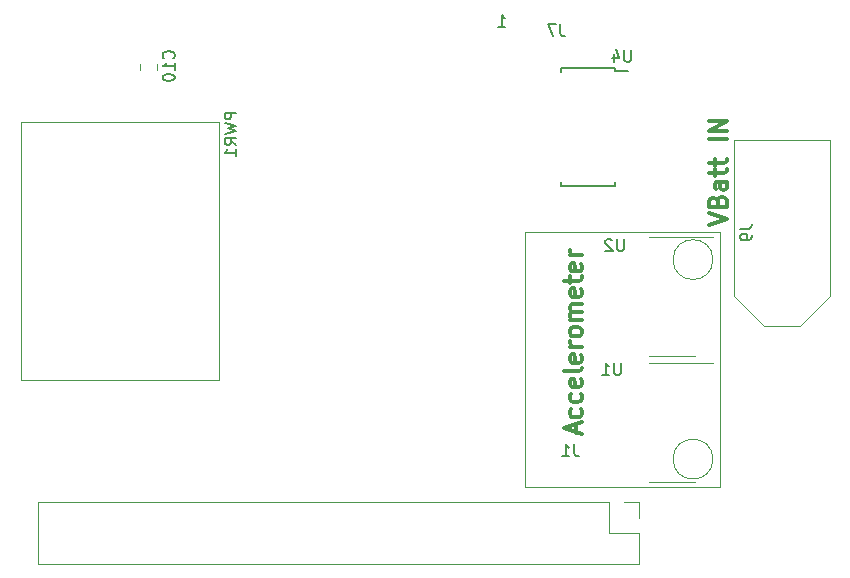
<source format=gbr>
G04 #@! TF.GenerationSoftware,KiCad,Pcbnew,(5.1.4)-1*
G04 #@! TF.CreationDate,2021-11-01T15:57:40-05:00*
G04 #@! TF.ProjectId,RascalHat,52617363-616c-4486-9174-2e6b69636164,rev?*
G04 #@! TF.SameCoordinates,Original*
G04 #@! TF.FileFunction,Legend,Bot*
G04 #@! TF.FilePolarity,Positive*
%FSLAX46Y46*%
G04 Gerber Fmt 4.6, Leading zero omitted, Abs format (unit mm)*
G04 Created by KiCad (PCBNEW (5.1.4)-1) date 2021-11-01 15:57:40*
%MOMM*%
%LPD*%
G04 APERTURE LIST*
%ADD10C,0.300000*%
%ADD11C,0.120000*%
%ADD12C,0.150000*%
G04 APERTURE END LIST*
D10*
X63848571Y-27330000D02*
X65348571Y-26830000D01*
X63848571Y-26330000D01*
X64562857Y-25330000D02*
X64634285Y-25115714D01*
X64705714Y-25044285D01*
X64848571Y-24972857D01*
X65062857Y-24972857D01*
X65205714Y-25044285D01*
X65277142Y-25115714D01*
X65348571Y-25258571D01*
X65348571Y-25830000D01*
X63848571Y-25830000D01*
X63848571Y-25330000D01*
X63920000Y-25187142D01*
X63991428Y-25115714D01*
X64134285Y-25044285D01*
X64277142Y-25044285D01*
X64420000Y-25115714D01*
X64491428Y-25187142D01*
X64562857Y-25330000D01*
X64562857Y-25830000D01*
X65348571Y-23687142D02*
X64562857Y-23687142D01*
X64420000Y-23758571D01*
X64348571Y-23901428D01*
X64348571Y-24187142D01*
X64420000Y-24330000D01*
X65277142Y-23687142D02*
X65348571Y-23830000D01*
X65348571Y-24187142D01*
X65277142Y-24330000D01*
X65134285Y-24401428D01*
X64991428Y-24401428D01*
X64848571Y-24330000D01*
X64777142Y-24187142D01*
X64777142Y-23830000D01*
X64705714Y-23687142D01*
X64348571Y-23187142D02*
X64348571Y-22615714D01*
X63848571Y-22972857D02*
X65134285Y-22972857D01*
X65277142Y-22901428D01*
X65348571Y-22758571D01*
X65348571Y-22615714D01*
X64348571Y-22330000D02*
X64348571Y-21758571D01*
X63848571Y-22115714D02*
X65134285Y-22115714D01*
X65277142Y-22044285D01*
X65348571Y-21901428D01*
X65348571Y-21758571D01*
X65348571Y-20115714D02*
X63848571Y-20115714D01*
X65348571Y-19401428D02*
X63848571Y-19401428D01*
X65348571Y-18544285D01*
X63848571Y-18544285D01*
X52620000Y-44932857D02*
X52620000Y-44218571D01*
X53048571Y-45075714D02*
X51548571Y-44575714D01*
X53048571Y-44075714D01*
X52977142Y-42932857D02*
X53048571Y-43075714D01*
X53048571Y-43361428D01*
X52977142Y-43504285D01*
X52905714Y-43575714D01*
X52762857Y-43647142D01*
X52334285Y-43647142D01*
X52191428Y-43575714D01*
X52120000Y-43504285D01*
X52048571Y-43361428D01*
X52048571Y-43075714D01*
X52120000Y-42932857D01*
X52977142Y-41647142D02*
X53048571Y-41790000D01*
X53048571Y-42075714D01*
X52977142Y-42218571D01*
X52905714Y-42290000D01*
X52762857Y-42361428D01*
X52334285Y-42361428D01*
X52191428Y-42290000D01*
X52120000Y-42218571D01*
X52048571Y-42075714D01*
X52048571Y-41790000D01*
X52120000Y-41647142D01*
X52977142Y-40432857D02*
X53048571Y-40575714D01*
X53048571Y-40861428D01*
X52977142Y-41004285D01*
X52834285Y-41075714D01*
X52262857Y-41075714D01*
X52120000Y-41004285D01*
X52048571Y-40861428D01*
X52048571Y-40575714D01*
X52120000Y-40432857D01*
X52262857Y-40361428D01*
X52405714Y-40361428D01*
X52548571Y-41075714D01*
X53048571Y-39504285D02*
X52977142Y-39647142D01*
X52834285Y-39718571D01*
X51548571Y-39718571D01*
X52977142Y-38361428D02*
X53048571Y-38504285D01*
X53048571Y-38790000D01*
X52977142Y-38932857D01*
X52834285Y-39004285D01*
X52262857Y-39004285D01*
X52120000Y-38932857D01*
X52048571Y-38790000D01*
X52048571Y-38504285D01*
X52120000Y-38361428D01*
X52262857Y-38290000D01*
X52405714Y-38290000D01*
X52548571Y-39004285D01*
X53048571Y-37647142D02*
X52048571Y-37647142D01*
X52334285Y-37647142D02*
X52191428Y-37575714D01*
X52120000Y-37504285D01*
X52048571Y-37361428D01*
X52048571Y-37218571D01*
X53048571Y-36504285D02*
X52977142Y-36647142D01*
X52905714Y-36718571D01*
X52762857Y-36790000D01*
X52334285Y-36790000D01*
X52191428Y-36718571D01*
X52120000Y-36647142D01*
X52048571Y-36504285D01*
X52048571Y-36290000D01*
X52120000Y-36147142D01*
X52191428Y-36075714D01*
X52334285Y-36004285D01*
X52762857Y-36004285D01*
X52905714Y-36075714D01*
X52977142Y-36147142D01*
X53048571Y-36290000D01*
X53048571Y-36504285D01*
X53048571Y-35361428D02*
X52048571Y-35361428D01*
X52191428Y-35361428D02*
X52120000Y-35290000D01*
X52048571Y-35147142D01*
X52048571Y-34932857D01*
X52120000Y-34790000D01*
X52262857Y-34718571D01*
X53048571Y-34718571D01*
X52262857Y-34718571D02*
X52120000Y-34647142D01*
X52048571Y-34504285D01*
X52048571Y-34290000D01*
X52120000Y-34147142D01*
X52262857Y-34075714D01*
X53048571Y-34075714D01*
X52977142Y-32790000D02*
X53048571Y-32932857D01*
X53048571Y-33218571D01*
X52977142Y-33361428D01*
X52834285Y-33432857D01*
X52262857Y-33432857D01*
X52120000Y-33361428D01*
X52048571Y-33218571D01*
X52048571Y-32932857D01*
X52120000Y-32790000D01*
X52262857Y-32718571D01*
X52405714Y-32718571D01*
X52548571Y-33432857D01*
X52048571Y-32290000D02*
X52048571Y-31718571D01*
X51548571Y-32075714D02*
X52834285Y-32075714D01*
X52977142Y-32004285D01*
X53048571Y-31861428D01*
X53048571Y-31718571D01*
X52977142Y-30647142D02*
X53048571Y-30790000D01*
X53048571Y-31075714D01*
X52977142Y-31218571D01*
X52834285Y-31290000D01*
X52262857Y-31290000D01*
X52120000Y-31218571D01*
X52048571Y-31075714D01*
X52048571Y-30790000D01*
X52120000Y-30647142D01*
X52262857Y-30575714D01*
X52405714Y-30575714D01*
X52548571Y-31290000D01*
X53048571Y-29932857D02*
X52048571Y-29932857D01*
X52334285Y-29932857D02*
X52191428Y-29861428D01*
X52120000Y-29790000D01*
X52048571Y-29647142D01*
X52048571Y-29504285D01*
D11*
X15670000Y-14248578D02*
X15670000Y-13731422D01*
X17090000Y-14248578D02*
X17090000Y-13731422D01*
X57940000Y-52150000D02*
X57940000Y-50820000D01*
X57940000Y-50820000D02*
X56610000Y-50820000D01*
X57940000Y-53420000D02*
X55340000Y-53420000D01*
X55340000Y-53420000D02*
X55340000Y-50820000D01*
X55340000Y-50820000D02*
X7020000Y-50820000D01*
X7020000Y-56020000D02*
X7020000Y-50820000D01*
X57940000Y-56020000D02*
X7020000Y-56020000D01*
X57940000Y-56020000D02*
X57940000Y-53420000D01*
X64173100Y-30289500D02*
G75*
G03X64173100Y-30289500I-1689100J0D01*
G01*
X64173100Y-47180500D02*
G75*
G03X64173100Y-47180500I-1689100J0D01*
G01*
X64770000Y-49530000D02*
X64770000Y-27940000D01*
X48260000Y-27940000D02*
X64770000Y-27940000D01*
X48260000Y-49530000D02*
X48260000Y-27940000D01*
X48260000Y-49530000D02*
X64770000Y-49530000D01*
X60706000Y-28341000D02*
X64156000Y-28341000D01*
X60706000Y-28341000D02*
X58756000Y-28341000D01*
X60706000Y-38461000D02*
X62656000Y-38461000D01*
X60706000Y-38461000D02*
X58756000Y-38461000D01*
X60706000Y-39009000D02*
X64156000Y-39009000D01*
X60706000Y-39009000D02*
X58756000Y-39009000D01*
X60706000Y-49129000D02*
X62656000Y-49129000D01*
X60706000Y-49129000D02*
X58756000Y-49129000D01*
X5588000Y-18669000D02*
X5588000Y-40513000D01*
X5588000Y-18669000D02*
X22352000Y-18669000D01*
X22352000Y-40513000D02*
X22352000Y-18669000D01*
X22352000Y-40513000D02*
X5588000Y-40513000D01*
X68476000Y-35874000D02*
X65950000Y-33334000D01*
X71524000Y-35874000D02*
X74050000Y-33334000D01*
X71524000Y-35874000D02*
X68476000Y-35874000D01*
X74050000Y-20150000D02*
X65950000Y-20150000D01*
X65950000Y-33334000D02*
X65950000Y-20150000D01*
X74050000Y-33334000D02*
X74050000Y-20150000D01*
D12*
X55919000Y-14300000D02*
X56994000Y-14300000D01*
X55919000Y-24025000D02*
X51269000Y-24025000D01*
X55919000Y-14075000D02*
X51269000Y-14075000D01*
X55919000Y-24025000D02*
X55919000Y-23700000D01*
X51269000Y-24025000D02*
X51269000Y-23700000D01*
X51269000Y-14075000D02*
X51269000Y-14400000D01*
X55919000Y-14075000D02*
X55919000Y-14300000D01*
X18497142Y-13257142D02*
X18544761Y-13209523D01*
X18592380Y-13066666D01*
X18592380Y-12971428D01*
X18544761Y-12828571D01*
X18449523Y-12733333D01*
X18354285Y-12685714D01*
X18163809Y-12638095D01*
X18020952Y-12638095D01*
X17830476Y-12685714D01*
X17735238Y-12733333D01*
X17640000Y-12828571D01*
X17592380Y-12971428D01*
X17592380Y-13066666D01*
X17640000Y-13209523D01*
X17687619Y-13257142D01*
X18592380Y-14209523D02*
X18592380Y-13638095D01*
X18592380Y-13923809D02*
X17592380Y-13923809D01*
X17735238Y-13828571D01*
X17830476Y-13733333D01*
X17878095Y-13638095D01*
X17592380Y-14828571D02*
X17592380Y-14923809D01*
X17640000Y-15019047D01*
X17687619Y-15066666D01*
X17782857Y-15114285D01*
X17973333Y-15161904D01*
X18211428Y-15161904D01*
X18401904Y-15114285D01*
X18497142Y-15066666D01*
X18544761Y-15019047D01*
X18592380Y-14923809D01*
X18592380Y-14828571D01*
X18544761Y-14733333D01*
X18497142Y-14685714D01*
X18401904Y-14638095D01*
X18211428Y-14590476D01*
X17973333Y-14590476D01*
X17782857Y-14638095D01*
X17687619Y-14685714D01*
X17640000Y-14733333D01*
X17592380Y-14828571D01*
X52423333Y-45942380D02*
X52423333Y-46656666D01*
X52470952Y-46799523D01*
X52566190Y-46894761D01*
X52709047Y-46942380D01*
X52804285Y-46942380D01*
X51423333Y-46942380D02*
X51994761Y-46942380D01*
X51709047Y-46942380D02*
X51709047Y-45942380D01*
X51804285Y-46085238D01*
X51899523Y-46180476D01*
X51994761Y-46228095D01*
X56631904Y-28562380D02*
X56631904Y-29371904D01*
X56584285Y-29467142D01*
X56536666Y-29514761D01*
X56441428Y-29562380D01*
X56250952Y-29562380D01*
X56155714Y-29514761D01*
X56108095Y-29467142D01*
X56060476Y-29371904D01*
X56060476Y-28562380D01*
X55631904Y-28657619D02*
X55584285Y-28610000D01*
X55489047Y-28562380D01*
X55250952Y-28562380D01*
X55155714Y-28610000D01*
X55108095Y-28657619D01*
X55060476Y-28752857D01*
X55060476Y-28848095D01*
X55108095Y-28990952D01*
X55679523Y-29562380D01*
X55060476Y-29562380D01*
X56371904Y-39042380D02*
X56371904Y-39851904D01*
X56324285Y-39947142D01*
X56276666Y-39994761D01*
X56181428Y-40042380D01*
X55990952Y-40042380D01*
X55895714Y-39994761D01*
X55848095Y-39947142D01*
X55800476Y-39851904D01*
X55800476Y-39042380D01*
X54800476Y-40042380D02*
X55371904Y-40042380D01*
X55086190Y-40042380D02*
X55086190Y-39042380D01*
X55181428Y-39185238D01*
X55276666Y-39280476D01*
X55371904Y-39328095D01*
X51260333Y-10374380D02*
X51260333Y-11088666D01*
X51307952Y-11231523D01*
X51403190Y-11326761D01*
X51546047Y-11374380D01*
X51641285Y-11374380D01*
X50879380Y-10374380D02*
X50212714Y-10374380D01*
X50641285Y-11374380D01*
X46014285Y-10552380D02*
X46585714Y-10552380D01*
X46300000Y-10552380D02*
X46300000Y-9552380D01*
X46395238Y-9695238D01*
X46490476Y-9790476D01*
X46585714Y-9838095D01*
X23832380Y-17850476D02*
X22832380Y-17850476D01*
X22832380Y-18231428D01*
X22880000Y-18326666D01*
X22927619Y-18374285D01*
X23022857Y-18421904D01*
X23165714Y-18421904D01*
X23260952Y-18374285D01*
X23308571Y-18326666D01*
X23356190Y-18231428D01*
X23356190Y-17850476D01*
X22832380Y-18755238D02*
X23832380Y-18993333D01*
X23118095Y-19183809D01*
X23832380Y-19374285D01*
X22832380Y-19612380D01*
X23832380Y-20564761D02*
X23356190Y-20231428D01*
X23832380Y-19993333D02*
X22832380Y-19993333D01*
X22832380Y-20374285D01*
X22880000Y-20469523D01*
X22927619Y-20517142D01*
X23022857Y-20564761D01*
X23165714Y-20564761D01*
X23260952Y-20517142D01*
X23308571Y-20469523D01*
X23356190Y-20374285D01*
X23356190Y-19993333D01*
X23832380Y-21517142D02*
X23832380Y-20945714D01*
X23832380Y-21231428D02*
X22832380Y-21231428D01*
X22975238Y-21136190D01*
X23070476Y-21040952D01*
X23118095Y-20945714D01*
X66472380Y-27666666D02*
X67186666Y-27666666D01*
X67329523Y-27619047D01*
X67424761Y-27523809D01*
X67472380Y-27380952D01*
X67472380Y-27285714D01*
X67472380Y-28190476D02*
X67472380Y-28380952D01*
X67424761Y-28476190D01*
X67377142Y-28523809D01*
X67234285Y-28619047D01*
X67043809Y-28666666D01*
X66662857Y-28666666D01*
X66567619Y-28619047D01*
X66520000Y-28571428D01*
X66472380Y-28476190D01*
X66472380Y-28285714D01*
X66520000Y-28190476D01*
X66567619Y-28142857D01*
X66662857Y-28095238D01*
X66900952Y-28095238D01*
X66996190Y-28142857D01*
X67043809Y-28190476D01*
X67091428Y-28285714D01*
X67091428Y-28476190D01*
X67043809Y-28571428D01*
X66996190Y-28619047D01*
X66900952Y-28666666D01*
X57241904Y-12542380D02*
X57241904Y-13351904D01*
X57194285Y-13447142D01*
X57146666Y-13494761D01*
X57051428Y-13542380D01*
X56860952Y-13542380D01*
X56765714Y-13494761D01*
X56718095Y-13447142D01*
X56670476Y-13351904D01*
X56670476Y-12542380D01*
X55765714Y-12875714D02*
X55765714Y-13542380D01*
X56003809Y-12494761D02*
X56241904Y-13209047D01*
X55622857Y-13209047D01*
M02*

</source>
